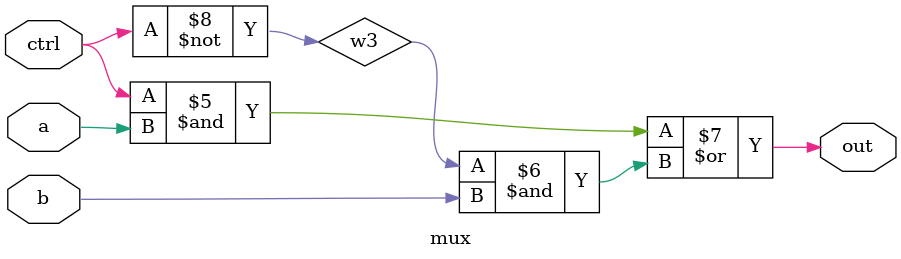
<source format=v>
`timescale 1ns / 1ps


module mux(
    input ctrl,
    input a,
    input b,
    output reg out
    );
    
    wire w1, w2, w3, w4;
    
    and (w1, b, ctrl);
    not (w3, ctrl);
    and (w2, a, w3);
    or (w4, w1, w2);
    
    always @(ctrl or w3 or a or b) begin
        out = (ctrl & a) | (w3 & b);
    end
    
endmodule

</source>
